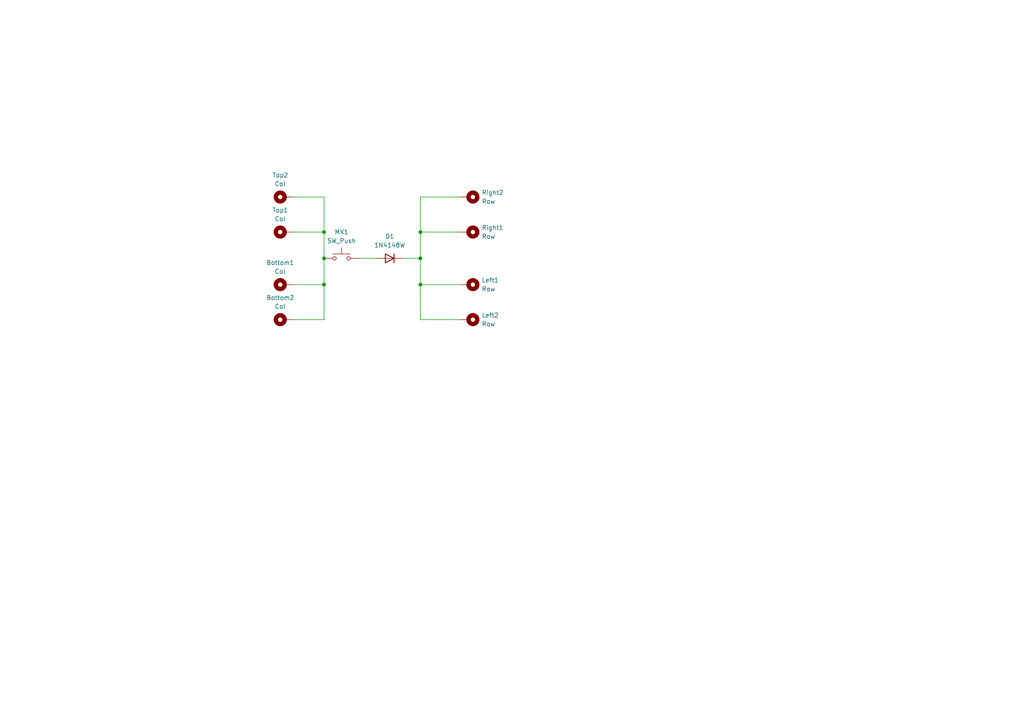
<source format=kicad_sch>
(kicad_sch (version 20231120) (generator "eeschema") (generator_version "8.0")
  (paper "A4")
  (title_block (title "Single MX Hotswap (Cherry)") (rev "1.6"))
  (lib_symbols
    (symbol "Diode:1N4148W" (pin_numbers hide) (pin_names hide)
      (property "Reference" "D" (at 0 2.54 0))
      (property "Value" "1N4148W" (at 0 -2.54 0))
      (symbol "1N4148W_0_1"
        (polyline (pts (xy -1.27 1.27) (xy -1.27 -1.27)) (stroke (width 0.254)))
        (polyline (pts (xy 1.27 0) (xy -1.27 0)))
        (polyline (pts (xy 1.27 1.27) (xy 1.27 -1.27) (xy -1.27 0) (xy 1.27 1.27)) (stroke (width 0.254)))
      )
      (symbol "1N4148W_1_1"
        (pin passive line (at -3.81 0 0) (length 2.54) (name "K") (number "1"))
        (pin passive line (at 3.81 0 180) (length 2.54) (name "A") (number "2"))
      )
    )
    (symbol "Mechanical:MountingHole_Pad" (pin_numbers hide) (pin_names (offset 1.016) hide) (exclude_from_sim yes) (in_bom no)
      (property "Reference" "H" (at 0 6.35 0))
      (property "Value" "MountingHole_Pad" (at 0 4.445 0))
      (symbol "MountingHole_Pad_0_1"
        (circle (center 0 1.27) (radius 1.27) (stroke (width 1.27)))
      )
      (symbol "MountingHole_Pad_1_1"
        (pin input line (at 0 -2.54 90) (length 2.54) (name "1") (number "1"))
      )
    )
    (symbol "Switch:SW_Push" (pin_numbers hide) (pin_names (offset 1.016) hide)
      (property "Reference" "SW" (at 1.27 2.54 0))
      (property "Value" "SW_Push" (at 0 -1.524 0))
      (symbol "SW_Push_0_1"
        (circle (center -2.032 0) (radius 0.508))
        (polyline (pts (xy 0 1.27) (xy 0 3.048)))
        (polyline (pts (xy 2.54 1.27) (xy -2.54 1.27)))
        (circle (center 2.032 0) (radius 0.508))
        (pin passive line (at -5.08 0 0) (length 2.54) (name "1") (number "1"))
        (pin passive line (at 5.08 0 180) (length 2.54) (name "2") (number "2"))
      )
    )
  )
  (junction (at 93.98 74.93))
  (junction (at 93.98 82.55))
  (junction (at 93.98 67.31))
  (junction (at 121.92 74.93))
  (junction (at 121.92 67.31))
  (junction (at 121.92 82.55))
  (wire (pts (xy 104.14 74.93) (xy 109.22 74.93)))
  (wire (pts (xy 133.35 92.71) (xy 121.92 92.71)))
  (wire (pts (xy 85.09 82.55) (xy 93.98 82.55)))
  (wire (pts (xy 133.35 82.55) (xy 121.92 82.55)))
  (wire (pts (xy 121.92 92.71) (xy 121.92 82.55)))
  (wire (pts (xy 133.35 67.31) (xy 121.92 67.31)))
  (wire (pts (xy 85.09 57.15) (xy 93.98 57.15)))
  (wire (pts (xy 93.98 57.15) (xy 93.98 67.31)))
  (wire (pts (xy 133.35 57.15) (xy 121.92 57.15)))
  (wire (pts (xy 121.92 57.15) (xy 121.92 67.31)))
  (wire (pts (xy 121.92 67.31) (xy 121.92 74.93)))
  (wire (pts (xy 121.92 82.55) (xy 121.92 74.93)))
  (wire (pts (xy 85.09 92.71) (xy 93.98 92.71)))
  (wire (pts (xy 116.84 74.93) (xy 121.92 74.93)))
  (wire (pts (xy 85.09 67.31) (xy 93.98 67.31)))
  (wire (pts (xy 93.98 82.55) (xy 93.98 74.93)))
  (wire (pts (xy 93.98 67.31) (xy 93.98 74.93)))
  (wire (pts (xy 93.98 92.71) (xy 93.98 82.55)))
  (symbol (lib_id "Mechanical:MountingHole_Pad") (at 135.89 67.31 270) (unit 1) (exclude_from_sim yes) (in_bom no)
    (property "Reference" "Right1" (at 139.7 66.0399 90) (effects (justify left)))
    (property "Value" "Row" (at 139.7 68.5799 90) (effects (justify left)))
    (property "Footprint" "footprint:1pin_conn-mod" (effects (hide yes)))
    (property "Description" "Mounting Hole with connection" (effects (hide yes)))
  )
  (symbol (lib_id "Mechanical:MountingHole_Pad") (at 135.89 92.71 270) (unit 1) (exclude_from_sim yes) (in_bom no)
    (property "Reference" "Left2" (at 139.7 91.4399 90) (effects (justify left)))
    (property "Value" "Row" (at 139.7 93.9799 90) (effects (justify left)))
    (property "Footprint" "footprint:1pin_conn-mod" (effects (hide yes)))
    (property "Description" "Mounting Hole with connection" (effects (hide yes)))
  )
  (symbol (lib_id "Mechanical:MountingHole_Pad") (at 82.55 92.71 90) (unit 1) (exclude_from_sim yes) (in_bom no)
    (property "Reference" "Bottom2" (at 81.28 86.36 90))
    (property "Value" "Col" (at 81.28 88.9 90))
    (property "Footprint" "footprint:1pin_conn-mod" (effects (hide yes)))
    (property "Description" "Mounting Hole with connection" (effects (hide yes)))
  )
  (symbol (lib_id "Mechanical:MountingHole_Pad") (at 135.89 57.15 270) (unit 1) (exclude_from_sim yes) (in_bom no)
    (property "Reference" "Right2" (at 139.7 55.8799 90) (effects (justify left)))
    (property "Value" "Row" (at 139.7 58.4199 90) (effects (justify left)))
    (property "Footprint" "footprint:1pin_conn-mod" (effects (hide yes)))
    (property "Description" "Mounting Hole with connection" (effects (hide yes)))
  )
  (symbol (lib_id "Switch:SW_Push") (at 99.06 74.93 0) (unit 1)
    (property "Reference" "MX1" (at 99.06 67.31 0))
    (property "Value" "SW_Push" (at 99.06 69.85 0))
    (property "Footprint" "footprint:MX-Hotswap-17x18mm-charm" (effects (hide yes)))
    (property "Description" "Push button switch, generic, two pins" (effects (hide yes)))
  )
  (symbol (lib_id "Mechanical:MountingHole_Pad") (at 82.55 67.31 90) (unit 1) (exclude_from_sim yes) (in_bom no)
    (property "Reference" "Top1" (at 81.28 60.96 90))
    (property "Value" "Col" (at 81.28 63.5 90))
    (property "Footprint" "footprint:1pin_conn-mod" (effects (hide yes)))
    (property "Description" "Mounting Hole with connection" (effects (hide yes)))
  )
  (symbol (lib_id "Mechanical:MountingHole_Pad") (at 82.55 82.55 90) (unit 1) (exclude_from_sim yes) (in_bom no)
    (property "Reference" "Bottom1" (at 81.28 76.2 90))
    (property "Value" "Col" (at 81.28 78.74 90))
    (property "Footprint" "footprint:1pin_conn-mod" (effects (hide yes)))
    (property "Description" "Mounting Hole with connection" (effects (hide yes)))
  )
  (symbol (lib_id "Diode:1N4148W") (at 113.03 74.93 0) (mirror y) (unit 1)
    (property "Reference" "D1" (at 113.03 68.58 0))
    (property "Value" "1N4148W" (at 113.03 71.12 0))
    (property "Footprint" "footprint:diode_TH_SMD-top" (effects (hide yes)))
    (property "Datasheet" "https://www.vishay.com/docs/85748/1n4148w.pdf" (effects (hide yes)))
    (property "Description" "75V 0.15A Fast Switching Diode, SOD-123" (effects (hide yes)))
    (property "Sim.Device" "D" (effects (hide yes)))
    (property "Sim.Pins" "1=K 2=A" (effects (hide yes)))
  )
  (symbol (lib_id "Mechanical:MountingHole_Pad") (at 82.55 57.15 90) (unit 1) (exclude_from_sim yes) (in_bom no)
    (property "Reference" "Top2" (at 81.28 50.8 90))
    (property "Value" "Col" (at 81.28 53.34 90))
    (property "Footprint" "footprint:1pin_conn-mod" (effects (hide yes)))
    (property "Description" "Mounting Hole with connection" (effects (hide yes)))
  )
  (symbol (lib_id "Mechanical:MountingHole_Pad") (at 135.89 82.55 270) (unit 1) (exclude_from_sim yes) (in_bom no)
    (property "Reference" "Left1" (at 139.7 81.2799 90) (effects (justify left)))
    (property "Value" "Row" (at 139.7 83.8199 90) (effects (justify left)))
    (property "Footprint" "footprint:1pin_conn-mod" (effects (hide yes)))
    (property "Description" "Mounting Hole with connection" (effects (hide yes)))
  )
)
</source>
